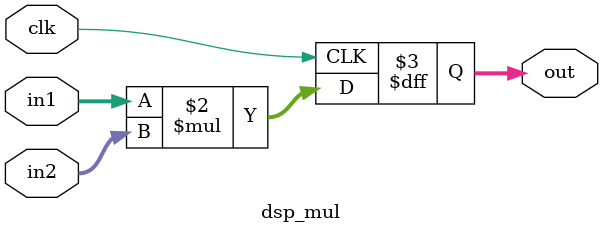
<source format=v>
`timescale 1ns / 1ps

(* use_dsp = "yes" *)
module dsp_mul #(
    parameter A_WIDTH = 26,
    parameter B_WIDTH = 18,
    parameter OUT_WIDTH = A_WIDTH + B_WIDTH
)(
    input                       clk,
    input       [A_WIDTH-1:0]   in1,
    input       [B_WIDTH-1:0]   in2,
    output reg  [OUT_WIDTH-1:0] out
);

    always @(posedge clk) begin
        out <= in1 * in2;
    end
    
endmodule
</source>
